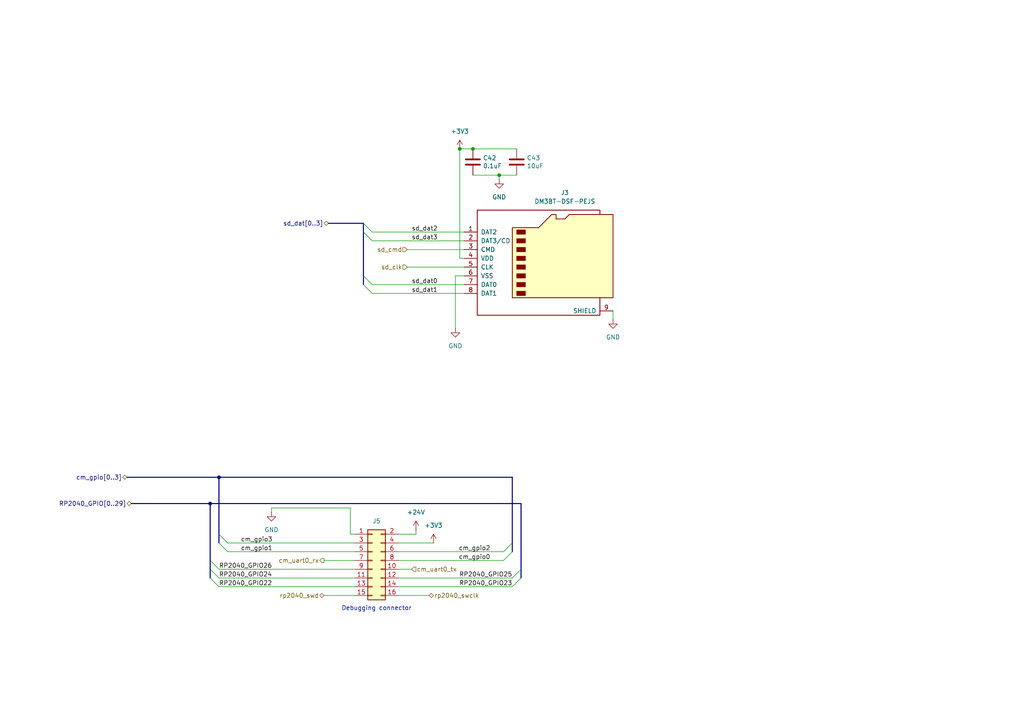
<source format=kicad_sch>
(kicad_sch (version 20250114) (generator "eeschema") (generator_version "9.0")
  (paper "A4")
  (title_block (title "Interfaces") (company "Dr. Konstantin Schauwecker"))
  (lib_symbols
    (symbol "+3V3_1" (power) (pin_numbers (hide yes)) (pin_names (offset 0) (hide yes))
      (property "Value" "+3V3" (at 0 3.556 0))
      (symbol "+3V3_1_0_1"
        (polyline (pts (xy -0.762 1.27) (xy 0 2.54)))
        (polyline (pts (xy 0 2.54) (xy 0.762 1.27)))
        (polyline (pts (xy 0 0) (xy 0 2.54)))
      )
      (symbol "+3V3_1_1_1"
        (pin power_in line (at 0 0 90) (length 0) (name "~") (number "1"))
      )
    )
    (symbol "Connector:Micro_SD_Card" (pin_names (offset 1.016))
      (property "Reference" "J" (at -16.51 15.24 0))
      (property "Value" "Micro_SD_Card" (at 16.51 15.24 0))
      (symbol "Micro_SD_Card_0_1"
        (polyline (pts (xy -8.89 -11.43) (xy -8.89 8.89) (xy -1.27 8.89) (xy 2.54 12.7) (xy 3.81 12.7) (xy 3.81 11.43) (xy 6.35 11.43) (xy 7.62 12.7) (xy 20.32 12.7) (xy 20.32 -11.43) (xy -8.89 -11.43)) (stroke (width 0.254)) (fill (type background)))
        (rectangle (start -7.62 8.255) (end -5.08 6.985) (fill (type outline)))
        (rectangle (start -7.62 5.715) (end -5.08 4.445) (fill (type outline)))
        (rectangle (start -7.62 3.175) (end -5.08 1.905) (fill (type outline)))
        (rectangle (start -7.62 0.635) (end -5.08 -0.635) (fill (type outline)))
        (rectangle (start -7.62 -1.905) (end -5.08 -3.175) (fill (type outline)))
        (rectangle (start -7.62 -4.445) (end -5.08 -5.715) (fill (type outline)))
        (rectangle (start -7.62 -6.985) (end -5.08 -8.255) (fill (type outline)))
        (rectangle (start -7.62 -9.525) (end -5.08 -10.795) (fill (type outline)))
        (polyline (pts (xy 16.51 12.7) (xy 16.51 13.97) (xy -19.05 13.97) (xy -19.05 -16.51) (xy 16.51 -16.51) (xy 16.51 -11.43)) (stroke (width 0.254)))
      )
      (symbol "Micro_SD_Card_1_1"
        (pin bidirectional line (at -22.86 7.62 0) (length 3.81) (name "DAT2") (number "1"))
        (pin bidirectional line (at -22.86 5.08 0) (length 3.81) (name "DAT3/CD") (number "2"))
        (pin input line (at -22.86 2.54 0) (length 3.81) (name "CMD") (number "3"))
        (pin power_in line (at -22.86 0 0) (length 3.81) (name "VDD") (number "4"))
        (pin input line (at -22.86 -2.54 0) (length 3.81) (name "CLK") (number "5"))
        (pin power_in line (at -22.86 -5.08 0) (length 3.81) (name "VSS") (number "6"))
        (pin bidirectional line (at -22.86 -7.62 0) (length 3.81) (name "DAT0") (number "7"))
        (pin bidirectional line (at -22.86 -10.16 0) (length 3.81) (name "DAT1") (number "8"))
        (pin passive line (at 20.32 -15.24 180) (length 3.81) (name "SHIELD") (number "9"))
      )
    )
    (symbol "Connector_Generic:Conn_02x08_Odd_Even" (pin_names (offset 1.016) (hide yes))
      (property "Reference" "J" (at 1.27 10.16 0))
      (property "Value" "Conn_02x08_Odd_Even" (at 1.27 -12.7 0))
      (symbol "Conn_02x08_Odd_Even_1_1"
        (rectangle (start -1.27 8.89) (end 3.81 -11.43) (stroke (width 0.254)) (fill (type background)))
        (rectangle (start -1.27 7.747) (end 0 7.493) (stroke (width 0.1524)))
        (rectangle (start -1.27 5.207) (end 0 4.953) (stroke (width 0.1524)))
        (rectangle (start -1.27 2.667) (end 0 2.413) (stroke (width 0.1524)))
        (rectangle (start -1.27 0.127) (end 0 -0.127) (stroke (width 0.1524)))
        (rectangle (start -1.27 -2.413) (end 0 -2.667) (stroke (width 0.1524)))
        (rectangle (start -1.27 -4.953) (end 0 -5.207) (stroke (width 0.1524)))
        (rectangle (start -1.27 -7.493) (end 0 -7.747) (stroke (width 0.1524)))
        (rectangle (start -1.27 -10.033) (end 0 -10.287) (stroke (width 0.1524)))
        (rectangle (start 3.81 7.747) (end 2.54 7.493) (stroke (width 0.1524)))
        (rectangle (start 3.81 5.207) (end 2.54 4.953) (stroke (width 0.1524)))
        (rectangle (start 3.81 2.667) (end 2.54 2.413) (stroke (width 0.1524)))
        (rectangle (start 3.81 0.127) (end 2.54 -0.127) (stroke (width 0.1524)))
        (rectangle (start 3.81 -2.413) (end 2.54 -2.667) (stroke (width 0.1524)))
        (rectangle (start 3.81 -4.953) (end 2.54 -5.207) (stroke (width 0.1524)))
        (rectangle (start 3.81 -7.493) (end 2.54 -7.747) (stroke (width 0.1524)))
        (rectangle (start 3.81 -10.033) (end 2.54 -10.287) (stroke (width 0.1524)))
        (pin passive line (at -5.08 7.62 0) (length 3.81) (name "Pin_1") (number "1"))
        (pin passive line (at -5.08 5.08 0) (length 3.81) (name "Pin_3") (number "3"))
        (pin passive line (at -5.08 2.54 0) (length 3.81) (name "Pin_5") (number "5"))
        (pin passive line (at -5.08 0 0) (length 3.81) (name "Pin_7") (number "7"))
        (pin passive line (at -5.08 -2.54 0) (length 3.81) (name "Pin_9") (number "9"))
        (pin passive line (at -5.08 -5.08 0) (length 3.81) (name "Pin_11") (number "11"))
        (pin passive line (at -5.08 -7.62 0) (length 3.81) (name "Pin_13") (number "13"))
        (pin passive line (at -5.08 -10.16 0) (length 3.81) (name "Pin_15") (number "15"))
        (pin passive line (at 7.62 7.62 180) (length 3.81) (name "Pin_2") (number "2"))
        (pin passive line (at 7.62 5.08 180) (length 3.81) (name "Pin_4") (number "4"))
        (pin passive line (at 7.62 2.54 180) (length 3.81) (name "Pin_6") (number "6"))
        (pin passive line (at 7.62 0 180) (length 3.81) (name "Pin_8") (number "8"))
        (pin passive line (at 7.62 -2.54 180) (length 3.81) (name "Pin_10") (number "10"))
        (pin passive line (at 7.62 -5.08 180) (length 3.81) (name "Pin_12") (number "12"))
        (pin passive line (at 7.62 -7.62 180) (length 3.81) (name "Pin_14") (number "14"))
        (pin passive line (at 7.62 -10.16 180) (length 3.81) (name "Pin_16") (number "16"))
      )
    )
    (symbol "Device:C" (pin_numbers (hide yes)) (pin_names (offset 0.254))
      (property "Reference" "C" (at 0.635 2.54 0))
      (property "Value" "C" (at 0.635 -2.54 0))
      (symbol "C_0_1"
        (polyline (pts (xy -2.032 0.762) (xy 2.032 0.762)) (stroke (width 0.508)))
        (polyline (pts (xy -2.032 -0.762) (xy 2.032 -0.762)) (stroke (width 0.508)))
      )
      (symbol "C_1_1"
        (pin passive line (at 0 3.81 270) (length 2.794) (name "~") (number "1"))
        (pin passive line (at 0 -3.81 90) (length 2.794) (name "~") (number "2"))
      )
    )
    (symbol "GND_1" (power) (pin_numbers (hide yes)) (pin_names (offset 0) (hide yes))
      (property "Value" "GND" (at 0 -3.81 0))
      (symbol "GND_1_0_1"
        (polyline (pts (xy 0 0) (xy 0 -1.27) (xy 1.27 -1.27) (xy 0 -2.54) (xy -1.27 -1.27) (xy 0 -1.27)))
      )
      (symbol "GND_1_1_1"
        (pin power_in line (at 0 0 270) (length 0) (name "~") (number "1"))
      )
    )
    (symbol "GND_2" (power) (pin_numbers (hide yes)) (pin_names (offset 0) (hide yes))
      (property "Value" "GND" (at 0 -3.81 0))
      (symbol "GND_2_0_1"
        (polyline (pts (xy 0 0) (xy 0 -1.27) (xy 1.27 -1.27) (xy 0 -2.54) (xy -1.27 -1.27) (xy 0 -1.27)))
      )
      (symbol "GND_2_1_1"
        (pin power_in line (at 0 0 270) (length 0) (name "~") (number "1"))
      )
    )
    (symbol "GND_3" (power) (pin_numbers (hide yes)) (pin_names (offset 0) (hide yes))
      (property "Value" "GND" (at 0 -3.81 0))
      (symbol "GND_3_0_1"
        (polyline (pts (xy 0 0) (xy 0 -1.27) (xy 1.27 -1.27) (xy 0 -2.54) (xy -1.27 -1.27) (xy 0 -1.27)))
      )
      (symbol "GND_3_1_1"
        (pin power_in line (at 0 0 270) (length 0) (name "~") (number "1"))
      )
    )
    (symbol "power:+24V" (power) (pin_numbers (hide yes)) (pin_names (offset 0) (hide yes))
      (property "Value" "+24V" (at 0 3.556 0))
      (symbol "+24V_0_1"
        (polyline (pts (xy -0.762 1.27) (xy 0 2.54)))
        (polyline (pts (xy 0 2.54) (xy 0.762 1.27)))
        (polyline (pts (xy 0 0) (xy 0 2.54)))
      )
      (symbol "+24V_1_1"
        (pin power_in line (at 0 0 90) (length 0) (name "~") (number "1"))
      )
    )
    (symbol "power:+3V3" (power) (pin_numbers (hide yes)) (pin_names (offset 0) (hide yes))
      (property "Value" "+3V3" (at 0 3.556 0))
      (symbol "+3V3_0_1"
        (polyline (pts (xy -0.762 1.27) (xy 0 2.54)))
        (polyline (pts (xy 0 2.54) (xy 0.762 1.27)))
        (polyline (pts (xy 0 0) (xy 0 2.54)))
      )
      (symbol "+3V3_1_1"
        (pin power_in line (at 0 0 90) (length 0) (name "~") (number "1"))
      )
    )
  )
  (text "Debugging connector" (at 109.22 176.53 0) (effects (font (size 1.27 1.27))))
  (junction (at 144.78 50.8))
  (junction (at 63.5 138.43))
  (junction (at 60.96 146.05))
  (junction (at 137.16 43.18))
  (junction (at 133.35 43.18))
  (bus_entry (at 63.5 165.1) (size -2.54 -2.54))
  (bus_entry (at 63.5 170.18) (size -2.54 -2.54))
  (bus_entry (at 151.13 167.64) (size -2.54 2.54))
  (bus_entry (at 66.04 157.48) (size -2.54 -2.54))
  (bus_entry (at 66.04 160.02) (size -2.54 -2.54))
  (bus_entry (at 107.95 82.55) (size -2.54 -2.54))
  (bus_entry (at 148.59 157.48) (size -2.54 2.54))
  (bus_entry (at 107.95 85.09) (size -2.54 -2.54))
  (bus_entry (at 151.13 165.1) (size -2.54 2.54))
  (bus_entry (at 63.5 167.64) (size -2.54 -2.54))
  (bus_entry (at 107.95 67.31) (size -2.54 -2.54))
  (bus_entry (at 107.95 69.85) (size -2.54 -2.54))
  (bus_entry (at 148.59 160.02) (size -2.54 2.54))
  (wire (pts (xy 177.8 90.17) (xy 177.8 92.71)))
  (wire (pts (xy 115.57 170.18) (xy 148.59 170.18)))
  (bus (pts (xy 95.25 64.77) (xy 105.41 64.77)))
  (wire (pts (xy 101.6 154.94) (xy 102.87 154.94)))
  (wire (pts (xy 137.16 43.18) (xy 149.86 43.18)))
  (wire (pts (xy 133.35 43.18) (xy 133.35 74.93)))
  (wire (pts (xy 133.35 43.18) (xy 137.16 43.18)))
  (wire (pts (xy 120.65 154.94) (xy 120.65 153.67)))
  (bus (pts (xy 151.13 146.05) (xy 151.13 165.1)))
  (bus (pts (xy 151.13 165.1) (xy 151.13 167.64)))
  (bus (pts (xy 60.96 146.05) (xy 60.96 162.56)))
  (wire (pts (xy 93.98 162.56) (xy 102.87 162.56)))
  (wire (pts (xy 93.98 172.72) (xy 102.87 172.72)))
  (wire (pts (xy 78.74 147.32) (xy 101.6 147.32)))
  (bus (pts (xy 105.41 82.55) (xy 105.41 80.01)))
  (wire (pts (xy 119.38 165.1) (xy 115.57 165.1)))
  (bus (pts (xy 105.41 67.31) (xy 105.41 64.77)))
  (wire (pts (xy 115.57 157.48) (xy 125.73 157.48)))
  (bus (pts (xy 60.96 165.1) (xy 60.96 167.64)))
  (wire (pts (xy 63.5 170.18) (xy 102.87 170.18)))
  (wire (pts (xy 132.08 80.01) (xy 132.08 95.25)))
  (wire (pts (xy 107.95 67.31) (xy 134.62 67.31)))
  (wire (pts (xy 63.5 167.64) (xy 102.87 167.64)))
  (wire (pts (xy 107.95 69.85) (xy 134.62 69.85)))
  (bus (pts (xy 148.59 138.43) (xy 148.59 157.48)))
  (wire (pts (xy 63.5 165.1) (xy 102.87 165.1)))
  (wire (pts (xy 107.95 85.09) (xy 134.62 85.09)))
  (bus (pts (xy 63.5 138.43) (xy 63.5 154.94)))
  (wire (pts (xy 115.57 172.72) (xy 124.46 172.72)))
  (wire (pts (xy 78.74 148.59) (xy 78.74 147.32)))
  (wire (pts (xy 115.57 160.02) (xy 146.05 160.02)))
  (bus (pts (xy 60.96 162.56) (xy 60.96 165.1)))
  (bus (pts (xy 36.83 138.43) (xy 63.5 138.43)))
  (wire (pts (xy 66.04 160.02) (xy 102.87 160.02)))
  (wire (pts (xy 118.11 77.47) (xy 134.62 77.47)))
  (wire (pts (xy 101.6 147.32) (xy 101.6 154.94)))
  (wire (pts (xy 115.57 154.94) (xy 120.65 154.94)))
  (bus (pts (xy 105.41 67.31) (xy 105.41 80.01)))
  (wire (pts (xy 134.62 80.01) (xy 132.08 80.01)))
  (wire (pts (xy 115.57 167.64) (xy 148.59 167.64)))
  (wire (pts (xy 144.78 50.8) (xy 144.78 52.07)))
  (bus (pts (xy 63.5 154.94) (xy 63.5 157.48)))
  (bus (pts (xy 148.59 157.48) (xy 148.59 160.02)))
  (wire (pts (xy 115.57 162.56) (xy 146.05 162.56)))
  (wire (pts (xy 118.11 72.39) (xy 134.62 72.39)))
  (wire (pts (xy 107.95 82.55) (xy 134.62 82.55)))
  (wire (pts (xy 66.04 157.48) (xy 102.87 157.48)))
  (wire (pts (xy 144.78 50.8) (xy 149.86 50.8)))
  (bus (pts (xy 38.1 146.05) (xy 60.96 146.05)))
  (wire (pts (xy 133.35 74.93) (xy 134.62 74.93)))
  (bus (pts (xy 60.96 146.05) (xy 151.13 146.05)))
  (wire (pts (xy 137.16 50.8) (xy 144.78 50.8)))
  (bus (pts (xy 63.5 138.43) (xy 148.59 138.43)))
  (label "RP2040_GPIO23" (at 148.59 170.18 180))
  (label "sd_dat3" (at 119.38 69.85 0))
  (label "RP2040_GPIO24" (at 63.5 167.64 0))
  (label "sd_dat1" (at 119.38 85.09 0))
  (label "sd_dat2" (at 119.38 67.31 0))
  (label "cm_gpio3" (at 69.85 157.48 0))
  (label "cm_gpio0" (at 142.24 162.56 180))
  (label "cm_gpio1" (at 69.85 160.02 0))
  (label "RP2040_GPIO25" (at 148.59 167.64 180))
  (label "RP2040_GPIO26" (at 63.5 165.1 0))
  (label "cm_gpio2" (at 142.24 160.02 180))
  (label "sd_dat0" (at 119.38 82.55 0))
  (label "RP2040_GPIO22" (at 63.5 170.18 0))
  (hierarchical_label "sd_dat[0..3]" (shape bidirectional) (at 95.25 64.77 180))
  (hierarchical_label "sd_cmd" (shape input) (at 118.11 72.39 180))
  (hierarchical_label "cm_gpio[0..3]" (shape bidirectional) (at 36.83 138.43 180))
  (hierarchical_label "rp2040_swclk" (shape bidirectional) (at 124.46 172.72 0))
  (hierarchical_label "cm_uart0_rx" (shape output) (at 93.98 162.56 180))
  (hierarchical_label "sd_clk" (shape input) (at 118.11 77.47 180))
  (hierarchical_label "RP2040_GPIO[0..29]" (shape bidirectional) (at 38.1 146.05 180))
  (hierarchical_label "rp2040_swd" (shape bidirectional) (at 93.98 172.72 180))
  (hierarchical_label "cm_uart0_tx" (shape input) (at 119.38 165.1 0))
  (symbol (lib_id "Device:C") (at 149.86 46.99 0) (unit 1)
    (property "Reference" "C43" (at 152.781 45.8216 0) (effects (justify left)))
    (property "Value" "10uF" (at 152.781 48.133 0) (effects (justify left)))
    (property "Footprint" "Capacitor_SMD:C_0603_1608Metric" (effects (hide yes)))
    (property "Description" "Unpolarized capacitor" (effects (hide yes)))
    (property "MPN" "MSAST168BB5106MTNA01 " (effects (hide yes)))
    (property "Supplier Link" "https://www.mouser.de/ProductDetail/TAIYO-YUDEN/MSAST168BB5106MTNA01?qs=tlsG%2FOw5FFiY5MKT99fx9A%3D%3D" (effects (hide yes)))
    (property "MFG" "TAIYO YUDEN" (effects (hide yes)))
  )
  (symbol (lib_id "Device:C") (at 137.16 46.99 0) (unit 1)
    (property "Reference" "C42" (at 140.081 45.8216 0) (effects (justify left)))
    (property "Value" "0.1uF" (at 140.081 48.133 0) (effects (justify left)))
    (property "Footprint" "Capacitor_SMD:C_0402_1005Metric" (effects (hide yes)))
    (property "Description" "Unpolarized capacitor" (effects (hide yes)))
    (property "MPN" "MBAST105SB7104KFNA01" (effects (hide yes)))
    (property "Supplier Link" "https://www.mouser.de/ProductDetail/TAIYO-YUDEN/MBAST105SB7104KFNA01?qs=tlsG%2FOw5FFj0FpJuqULGiw%3D%3D " (effects (hide yes)))
    (property "Link to Alternative" "https://www.mouser.de/ProductDetail/KEMET/C0402C104K8PAC?qs=gnaPJ2cis71t%2F81aE9FjIg%3D%3D" (effects (hide yes)))
    (property "MFG" "TAIYO YUDEN " (effects (hide yes)))
    (property "Alternative MPNs" "C0402C104K8PAC" (effects (hide yes)))
  )
  (symbol (lib_id "power:+3V3") (at 133.35 43.18 0) (unit 1)
    (property "Reference" "#PWR090" (effects (hide yes)))
    (property "Value" "+3V3" (at 133.35 38.1 0))
    (property "Description" "Power symbol creates a global label with name \"+3V3\"" (effects (hide yes)))
  )
  (symbol (lib_name "GND_2") (lib_id "power:GND") (at 144.78 52.07 0) (unit 1)
    (property "Reference" "#PWR0106" (effects (hide yes)))
    (property "Value" "GND" (at 144.78 57.15 0))
    (property "Description" "Power symbol creates a global label with name \"GND\" , ground" (effects (hide yes)))
  )
  (symbol (lib_name "+3V3_1") (lib_id "power:+3V3") (at 125.73 157.48 0) (unit 1)
    (property "Reference" "#PWR098" (effects (hide yes)))
    (property "Value" "+3V3" (at 125.73 152.4 0))
    (property "Description" "Power symbol creates a global label with name \"+3V3\"" (effects (hide yes)))
  )
  (symbol (lib_name "GND_3") (lib_id "power:GND") (at 132.08 95.25 0) (unit 1)
    (property "Reference" "#PWR0103" (effects (hide yes)))
    (property "Value" "GND" (at 132.08 100.33 0))
    (property "Description" "Power symbol creates a global label with name \"GND\" , ground" (effects (hide yes)))
  )
  (symbol (lib_id "Connector:Micro_SD_Card") (at 157.48 74.93 0) (unit 1)
    (property "Reference" "J3" (at 163.83 55.88 0))
    (property "Value" "DM3BT-DSF-PEJS" (at 163.83 58.42 0))
    (property "Footprint" "Connector_Card:microSD_HC_Hirose_DM3BT-DSF-PEJS" (effects (hide yes)))
    (property "Description" "Micro SD Card Socket" (effects (hide yes)))
    (property "MPN" "DM3BT-DSF-PEJS" (effects (hide yes)))
    (property "Supplier Link" "https://www.mouser.de/ProductDetail/Hirose-Connector/DM3BT-DSF-PEJS?qs=nSryOFbzj8LLRwoFXPa7yA%3D%3D" (effects (hide yes)))
    (property "MFG" "Hirose" (effects (hide yes)))
  )
  (symbol (lib_id "Connector_Generic:Conn_02x08_Odd_Even") (at 107.95 162.56 0) (unit 1)
    (property "Reference" "J5" (at 109.22 151.13 0))
    (property "Value" "Conn_02x08_Odd_Even" (effects (hide yes)))
    (property "Footprint" "footprints:Samtec-TSM-108-01-F-DH" (effects (hide yes)))
    (property "Description" "Generic connector, double row, 02x08, odd/even pin numbering scheme (row 1 odd numbers, row 2 even numbers), script generated (kicad-library-utils/schlib/autogen/connector/)" (effects (hide yes)))
    (property "MFG" "Samtec" (effects (hide yes)))
    (property "MPN" "TSM-108-01-F-DH" (effects (hide yes)))
    (property "Supplier Link" "https://www.mouser.de/ProductDetail/Samtec/TSM-108-01-F-DH?qs=Cqqh%252BS766wknh%252BCVVpRc4g%3D%3D" (effects (hide yes)))
  )
  (symbol (lib_name "GND_2") (lib_id "power:GND") (at 177.8 92.71 0) (unit 1)
    (property "Reference" "#PWR0102" (effects (hide yes)))
    (property "Value" "GND" (at 177.8 97.79 0))
    (property "Description" "Power symbol creates a global label with name \"GND\" , ground" (effects (hide yes)))
  )
  (symbol (lib_id "power:+24V") (at 120.65 153.67 0) (unit 1)
    (property "Reference" "#PWR091" (effects (hide yes)))
    (property "Value" "+24V" (at 120.65 148.59 0))
    (property "Description" "Power symbol creates a global label with name \"+24V\"" (effects (hide yes)))
  )
  (symbol (lib_name "GND_1") (lib_id "power:GND") (at 78.74 148.59 0) (unit 1)
    (property "Reference" "#PWR097" (effects (hide yes)))
    (property "Value" "GND" (at 78.74 153.67 0))
    (property "Description" "Power symbol creates a global label with name \"GND\" , ground" (effects (hide yes)))
  )
)
</source>
